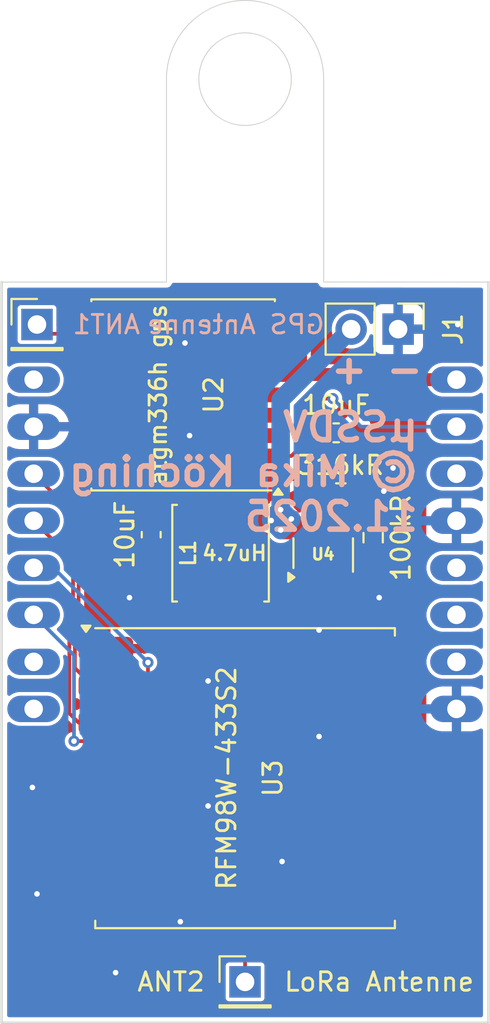
<source format=kicad_pcb>
(kicad_pcb (version 20241229) (generator "pcbnew") (generator_version "9.0")
  (title_block (title "µSSDV") (date "2025-11-18") (rev "0.1"))
  (layers (0 "F.Cu" signal) (2 "B.Cu" signal) (13 "F.Paste" user) (15 "B.Paste" user) (5 "F.SilkS" user "F.Silkscreen") (7 "B.SilkS" user "B.Silkscreen") (1 "F.Mask" user) (3 "B.Mask" user) (25 "Edge.Cuts" user))
  (net 0 "")
  (net 1 "+BATT")
  (net 2 "GND")
  (net 3 "+3V3")
  (net 4 "Net-(U4-SW)")
  (net 5 "Net-(U4-V_{FB})")
  (net 6 "Net-(U2-RF_IN)")
  (net 7 "Net-(U3-ANT)")
  (net 8 "GPS_RX")
  (net 10 "TX")
  (net 11 "MISO")
  (net 12 "RX")
  (net 13 "IO0")
  (net 15 "MOSI")
  (net 16 "CS")
  (net 18 "SCK")
  (footprint "Connector_PinHeader_2.54mm:PinHeader_1x01_P2.54mm_Vertical" (layer "F.Cu") (at 82 45)
    (property "Reference" "ANT1" (at 3.75 0 0) (layer "B.SilkS") (effects (justify mirror)))
    (property "Value" "GPS Antenne" (at 10.75 0 0) (layer "B.SilkS") (effects (justify mirror)))
    (fp_line (start -1.38 -1.38) (end 0 -1.38) (stroke (width 0.12)) (layer "F.SilkS"))
    (fp_line (start -1.38 0) (end -1.38 -1.38) (stroke (width 0.12)) (layer "F.SilkS"))
    (fp_line (start -1.38 1.27) (end -1.38 1.38) (stroke (width 0.12)) (layer "F.SilkS"))
    (fp_line (start -1.38 1.27) (end 1.38 1.27) (stroke (width 0.12)) (layer "F.SilkS"))
    (fp_line (start -1.38 1.38) (end 1.38 1.38) (stroke (width 0.12)) (layer "F.SilkS"))
    (fp_line (start 1.38 1.27) (end 1.38 1.38) (stroke (width 0.12)) (layer "F.SilkS"))
    (pad "1" thru_hole rect (at 0 0) (size 1.7 1.7) (drill 1) (layers "*.Cu" "*.Mask") (net 6 "Net-(U2-RF_IN)"))
  )
  (footprint "RF_GPS:Quectel_L70-R" (layer "F.Cu") (at 89.9 48.8 180)
    (property "Reference" "U2" (at -1.65 0 270) (layer "F.SilkS"))
    (property "Value" "atgm336h gps" (at 1.35 0 270) (layer "F.SilkS") (effects (font (size 0.9 0.9))))
    (fp_line (start 4.96 5.06) (end 4.96 5.16) (stroke (width 0.12)) (layer "F.SilkS"))
    (fp_line (start 4.96 -5.16) (end 4.96 -5.06) (stroke (width 0.12)) (layer "F.SilkS"))
    (fp_line (start -4.77 -5.16) (end 4.96 -5.16) (stroke (width 0.12)) (layer "F.SilkS"))
    (fp_line (start -4.96 5.16) (end 4.96 5.16) (stroke (width 0.12)) (layer "F.SilkS"))
    (fp_line (start -4.96 5.06) (end -4.96 5.16) (stroke (width 0.12)) (layer "F.SilkS"))
    (fp_poly (pts (xy -5.14 -5.06) (xy -5.38 -5.39) (xy -4.9 -5.39) (xy -5.14 -5.06)) (stroke (width 0.12)) (fill yes) (layer "F.SilkS"))
    (pad "1" smd roundrect (at -4.85 -4.4 180) (size 1.8 0.8) (layers "F.Cu" "F.Mask" "F.Paste") (net 2 "GND"))
    (pad "2" smd roundrect (at -4.85 -3.3 180) (size 1.8 0.8) (layers "F.Cu" "F.Mask" "F.Paste") (net 8 "GPS_RX"))
    (pad "3" smd roundrect (at -4.85 -2.2 180) (size 1.8 0.8) (layers "F.Cu" "F.Mask" "F.Paste"))
    (pad "4" smd roundrect (at -4.85 -1.1 180) (size 1.8 0.8) (layers "F.Cu" "F.Mask" "F.Paste"))
    (pad "5" smd roundrect (at -4.85 0 180) (size 1.8 0.8) (layers "F.Cu" "F.Mask" "F.Paste"))
    (pad "6" smd roundrect (at -4.85 1.1 180) (size 1.8 0.8) (layers "F.Cu" "F.Mask" "F.Paste") (net 3 "+3V3"))
    (pad "7" smd roundrect (at -4.85 2.2 180) (size 1.8 0.8) (layers "F.Cu" "F.Mask" "F.Paste"))
    (pad "8" smd roundrect (at -4.85 3.3 180) (size 1.8 0.8) (layers "F.Cu" "F.Mask" "F.Paste") (net 3 "+3V3"))
    (pad "9" smd roundrect (at -4.85 4.4 180) (size 1.8 0.8) (layers "F.Cu" "F.Mask" "F.Paste"))
    (pad "10" smd roundrect (at 4.85 4.4 180) (size 1.8 0.8) (layers "F.Cu" "F.Mask" "F.Paste") (net 2 "GND"))
    (pad "11" smd roundrect (at 4.85 3.3 180) (size 1.8 0.8) (layers "F.Cu" "F.Mask" "F.Paste") (net 6 "Net-(U2-RF_IN)"))
    (pad "12" smd roundrect (at 4.85 2.2 180) (size 1.8 0.8) (layers "F.Cu" "F.Mask" "F.Paste") (net 2 "GND"))
    (pad "13" smd roundrect (at 4.85 1.1 180) (size 1.8 0.8) (layers "F.Cu" "F.Mask" "F.Paste"))
    (pad "14" smd roundrect (at 4.85 0 180) (size 1.8 0.8) (layers "F.Cu" "F.Mask" "F.Paste"))
    (pad "15" smd roundrect (at 4.85 -1.1 180) (size 1.8 0.8) (layers "F.Cu" "F.Mask" "F.Paste"))
    (pad "16" smd roundrect (at 4.85 -2.2 180) (size 1.8 0.8) (layers "F.Cu" "F.Mask" "F.Paste"))
    (pad "17" smd roundrect (at 4.85 -3.3 180) (size 1.8 0.8) (layers "F.Cu" "F.Mask" "F.Paste"))
    (pad "18" smd roundrect (at 4.85 -4.4 180) (size 1.8 0.8) (layers "F.Cu" "F.Mask" "F.Paste"))
  )
  (footprint "Resistor_SMD:R_0603_1608Metric_Pad0.98x0.95mm_HandSolder" (layer "F.Cu") (at 100.175 56.5125 -90)
    (property "Reference" "R2" (hide yes))
    (property "Value" "100kR" (at 0 -1.5 90) (layer "F.SilkS"))
    (fp_line (start -0.254724 0.5225) (end 0.254724 0.5225) (stroke (width 0.12)) (layer "F.SilkS"))
    (fp_line (start -0.254724 -0.5225) (end 0.254724 -0.5225) (stroke (width 0.12)) (layer "F.SilkS"))
    (pad "1" smd roundrect (at -0.9125 0 270) (size 0.975 0.95) (layers "F.Cu" "F.Mask" "F.Paste") (net 5 "Net-(U4-V_{FB})"))
    (pad "2" smd roundrect (at 0.9125 0 270) (size 0.975 0.95) (layers "F.Cu" "F.Mask" "F.Paste") (net 2 "GND"))
  )
  (footprint "Capacitor_SMD:C_0603_1608Metric_Pad1.08x0.95mm_HandSolder" (layer "F.Cu") (at 98.175 50.85)
    (property "Reference" "C3" (hide yes))
    (property "Value" "10uF" (at 0 -1.5 0) (layer "F.SilkS"))
    (fp_line (start -0.146267 -0.51) (end 0.146267 -0.51) (stroke (width 0.12)) (layer "F.SilkS"))
    (fp_line (start -0.146267 0.51) (end 0.146267 0.51) (stroke (width 0.12)) (layer "F.SilkS"))
    (pad "1" smd roundrect (at -0.8625 0) (size 1.075 0.95) (layers "F.Cu" "F.Mask" "F.Paste") (net 3 "+3V3"))
    (pad "2" smd roundrect (at 0.8625 0) (size 1.075 0.95) (layers "F.Cu" "F.Mask" "F.Paste") (net 2 "GND"))
  )
  (footprint "Connector_PinHeader_2.54mm:PinHeader_1x02_P2.54mm_Vertical" (layer "F.Cu") (at 101.525 45.25 -90)
    (property "Reference" "J1" (at 0 -2.975 90) (layer "F.SilkS"))
    (property "Value" "Conn_01x02_Pin" (hide yes))
    (fp_line (start -1.38 3.92) (end 1.38 3.92) (stroke (width 0.12)) (layer "F.SilkS"))
    (fp_line (start -1.38 1.27) (end -1.38 3.92) (stroke (width 0.12)) (layer "F.SilkS"))
    (fp_line (start -1.38 1.27) (end 1.38 1.27) (stroke (width 0.12)) (layer "F.SilkS"))
    (fp_line (start 1.38 1.27) (end 1.38 3.92) (stroke (width 0.12)) (layer "F.SilkS"))
    (fp_line (start -1.38 0) (end -1.38 -1.38) (stroke (width 0.12)) (layer "F.SilkS"))
    (fp_line (start -1.38 -1.38) (end 0 -1.38) (stroke (width 0.12)) (layer "F.SilkS"))
    (pad "1" thru_hole rect (at 0 0 270) (size 1.7 1.7) (drill 1) (layers "*.Cu" "*.Mask") (net 2 "GND"))
    (pad "2" thru_hole circle (at 0 2.54 270) (size 1.7 1.7) (drill 1) (layers "*.Cu" "*.Mask") (net 1 "+BATT"))
  )
  (footprint "Resistor_SMD:R_0603_1608Metric_Pad0.98x0.95mm_HandSolder" (layer "F.Cu") (at 98.425 54.1)
    (property "Reference" "R1" (hide yes))
    (property "Value" "316kR" (at 0 -1.5 0) (layer "F.SilkS"))
    (fp_line (start -0.254724 -0.5225) (end 0.254724 -0.5225) (stroke (width 0.12)) (layer "F.SilkS"))
    (fp_line (start -0.254724 0.5225) (end 0.254724 0.5225) (stroke (width 0.12)) (layer "F.SilkS"))
    (pad "1" smd roundrect (at -0.9125 0) (size 0.975 0.95) (layers "F.Cu" "F.Mask" "F.Paste") (net 3 "+3V3"))
    (pad "2" smd roundrect (at 0.9125 0) (size 0.975 0.95) (layers "F.Cu" "F.Mask" "F.Paste") (net 5 "Net-(U4-V_{FB})"))
  )
  (footprint "ESP32-CAM:ESP32-CAM" (layer "F.Cu") (at 93.25 58.1385)
    (property "Reference" "U1" (hide yes))
    (property "Value" "ESP32-CAM" (hide yes))
    (fp_line (start -13.16 24.57) (end -13.16 -15.43) (stroke (width 0.127)) (layer "Edge.Cuts"))
    (fp_line (start 13.16 -15.43) (end 13.16 24.57) (stroke (width 0.127)) (layer "Edge.Cuts"))
    (fp_line (start 13.16 24.57) (end -13.16 24.57) (stroke (width 0.127)) (layer "Edge.Cuts"))
    (pad "P$1" thru_hole oval (at -11.43 -10.16) (size 2.8448 1.4224) (drill 1) (layers "*.Cu" "*.Mask"))
    (pad "P$2" thru_hole oval (at -11.43 -7.62) (size 2.8448 1.4224) (drill 1) (layers "*.Cu" "*.Mask") (net 2 "GND"))
    (pad "P$3" thru_hole oval (at -11.43 -5.08) (size 2.8448 1.4224) (drill 1) (layers "*.Cu" "*.Mask") (net 11 "MISO"))
    (pad "P$4" thru_hole oval (at -11.43 -2.54) (size 2.8448 1.4224) (drill 1) (layers "*.Cu" "*.Mask") (net 15 "MOSI"))
    (pad "P$5" thru_hole oval (at -11.43 0) (size 2.8448 1.4224) (drill 1) (layers "*.Cu" "*.Mask") (net 16 "CS"))
    (pad "P$6" thru_hole oval (at -11.43 2.54) (size 2.8448 1.4224) (drill 1) (layers "*.Cu" "*.Mask") (net 18 "SCK"))
    (pad "P$7" thru_hole oval (at -11.43 5.08) (size 2.8448 1.4224) (drill 1) (layers "*.Cu" "*.Mask"))
    (pad "P$8" thru_hole oval (at -11.43 7.62) (size 2.8448 1.4224) (drill 1) (layers "*.Cu" "*.Mask"))
    (pad "P$9" thru_hole oval (at 11.43 7.62) (size 2.8448 1.4224) (drill 1) (layers "*.Cu" "*.Mask") (net 2 "GND"))
    (pad "P$10" thru_hole oval (at 11.43 5.08) (size 2.8448 1.4224) (drill 1) (layers "*.Cu" "*.Mask") (net 10 "TX"))
    (pad "P$11" thru_hole oval (at 11.43 2.54) (size 2.8448 1.4224) (drill 1) (layers "*.Cu" "*.Mask") (net 12 "RX"))
    (pad "P$12" thru_hole oval (at 11.43 0) (size 2.8448 1.4224) (drill 1) (layers "*.Cu" "*.Mask"))
    (pad "P$13" thru_hole oval (at 11.43 -2.54) (size 2.8448 1.4224) (drill 1) (layers "*.Cu" "*.Mask") (net 2 "GND"))
    (pad "P$14" thru_hole oval (at 11.43 -5.08) (size 2.8448 1.4224) (drill 1) (layers "*.Cu" "*.Mask") (net 13 "IO0"))
    (pad "P$15" thru_hole oval (at 11.43 -7.62) (size 2.8448 1.4224) (drill 1) (layers "*.Cu" "*.Mask") (net 8 "GPS_RX"))
    (pad "P$16" thru_hole oval (at 11.43 -10.16) (size 2.8448 1.4224) (drill 1) (layers "*.Cu" "*.Mask") (net 3 "+3V3"))
  )
  (footprint "Package_TO_SOT_SMD:SOT-23-6_Handsoldering" (layer "F.Cu") (at 97.475 57.45 90)
    (property "Reference" "U4" (hide yes))
    (property "Value" "TLV61070ADBV" (hide yes))
    (fp_line (start 0.1 -1.61) (end 0.9 -1.61) (stroke (width 0.12)) (layer "F.SilkS"))
    (fp_line (start 0.1 -1.61) (end -0.7 -1.61) (stroke (width 0.12)) (layer "F.SilkS"))
    (fp_line (start -0.9 1.61) (end 0.9 1.61) (stroke (width 0.12)) (layer "F.SilkS"))
    (fp_poly (pts (xy -1.2 -1.56) (xy -1.44 -1.89) (xy -0.96 -1.89) (xy -1.2 -1.56)) (stroke (width 0.12)) (fill yes) (layer "F.SilkS"))
    (fp_text user "${REFERENCE}" (at 0.041218 -0.009588 0) (layer "F.SilkS") (effects (font (size 0.6 0.6) (thickness 0.15) (bold yes))))
    (pad "1" smd roundrect (at -1.35 -0.95 90) (size 1.56 0.65) (layers "F.Cu" "F.Mask" "F.Paste") (net 4 "Net-(U4-SW)"))
    (pad "2" smd roundrect (at -1.35 0 90) (size 1.56 0.65) (layers "F.Cu" "F.Mask" "F.Paste") (net 2 "GND"))
    (pad "3" smd roundrect (at -1.35 0.95 90) (size 1.56 0.65) (layers "F.Cu" "F.Mask" "F.Paste") (net 1 "+BATT"))
    (pad "4" smd roundrect (at 1.35 0.95 90) (size 1.56 0.65) (layers "F.Cu" "F.Mask" "F.Paste") (net 5 "Net-(U4-V_{FB})"))
    (pad "5" smd roundrect (at 1.35 0 90) (size 1.56 0.65) (layers "F.Cu" "F.Mask" "F.Paste") (net 3 "+3V3"))
    (pad "6" smd roundrect (at 1.35 -0.95 90) (size 1.56 0.65) (layers "F.Cu" "F.Mask" "F.Paste") (net 1 "+BATT"))
  )
  (footprint "Connector_PinHeader_2.54mm:PinHeader_1x01_P2.54mm_Vertical" (layer "F.Cu") (at 93.25 80.5)
    (property "Reference" "ANT2" (at -4 0 0) (layer "F.SilkS"))
    (property "Value" "LoRa Antenne" (at 7.25 0 0) (layer "F.SilkS"))
    (fp_line (start -1.38 -1.38) (end 0 -1.38) (stroke (width 0.12)) (layer "F.SilkS"))
    (fp_line (start -1.38 0) (end -1.38 -1.38) (stroke (width 0.12)) (layer "F.SilkS"))
    (fp_line (start -1.38 1.27) (end -1.38 1.38) (stroke (width 0.12)) (layer "F.SilkS"))
    (fp_line (start -1.38 1.27) (end 1.38 1.27) (stroke (width 0.12)) (layer "F.SilkS"))
    (fp_line (start -1.38 1.38) (end 1.38 1.38) (stroke (width 0.12)) (layer "F.SilkS"))
    (fp_line (start 1.38 1.27) (end 1.38 1.38) (stroke (width 0.12)) (layer "F.SilkS"))
    (pad "1" thru_hole rect (at 0 0) (size 1.7 1.7) (drill 1) (layers "*.Cu" "*.Mask") (net 7 "Net-(U3-ANT)"))
  )
  (footprint "Inductor_SMD:L_Changjiang_FNR5040S" (layer "F.Cu") (at 91.925 57.35 -90)
    (property "Reference" "L1" (at 0 1.75 90) (layer "F.SilkS") (effects (font (size 0.8 0.8))))
    (property "Value" "4.7uH" (at 0 -0.75 0) (layer "F.SilkS") (effects (font (size 0.8 0.8) (thickness 0.15) (bold yes))))
    (fp_line (start -2.61 2.61) (end -2.61 2.36) (stroke (width 0.12)) (layer "F.SilkS"))
    (fp_line (start 2.61 2.61) (end -2.61 2.61) (stroke (width 0.12)) (layer "F.SilkS"))
    (fp_line (start 2.61 2.36) (end 2.61 2.61) (stroke (width 0.12)) (layer "F.SilkS"))
    (fp_line (start -2.61 -2.36) (end -2.61 -2.61) (stroke (width 0.12)) (layer "F.SilkS"))
    (fp_line (start -2.61 -2.61) (end 2.61 -2.61) (stroke (width 0.12)) (layer "F.SilkS"))
    (fp_line (start 2.61 -2.61) (end 2.61 -2.36) (stroke (width 0.12)) (layer "F.SilkS"))
    (pad "1" smd roundrect (at -1.85 0 270) (size 1.4 4.2) (layers "F.Cu" "F.Mask" "F.Paste") (roundrect_rratio 0.178571) (net 1 "+BATT"))
    (pad "2" smd roundrect (at 1.85 0 270) (size 1.4 4.2) (layers "F.Cu" "F.Mask" "F.Paste") (roundrect_rratio 0.178571) (net 4 "Net-(U4-SW)"))
  )
  (footprint "RF_Module:HOPERF_RFM9XW_SMD" (layer "F.Cu") (at 93.25 69.5)
    (property "Reference" "U3" (hide yes))
    (property "Value" "RFM98W-433S2" (at -1 0 90) (layer "F.SilkS"))
    (fp_line (start -8.1 -8.1) (end 8.1 -8.1) (stroke (width 0.12)) (layer "F.SilkS"))
    (fp_line (start -8.1 7.7) (end -8.1 8.1) (stroke (width 0.12)) (layer "F.SilkS"))
    (fp_line (start -8.1 8.1) (end 8.1 8.1) (stroke (width 0.12)) (layer "F.SilkS"))
    (fp_line (start 8.1 -8.1) (end 8.1 -7.7) (stroke (width 0.12)) (layer "F.SilkS"))
    (fp_line (start 8.1 8.1) (end 8.1 7.7) (stroke (width 0.12)) (layer "F.SilkS"))
    (fp_poly (pts (xy -8.6 -7.9) (xy -8.84 -8.236) (xy -8.36 -8.236) (xy -8.6 -7.9)) (stroke (width 0.12)) (fill yes) (layer "F.SilkS"))
    (fp_text user "${REFERENCE}" (at 1.5 0 90) (layer "F.SilkS"))
    (pad "1" smd roundrect (at -7.525 -7) (size 2.95 1.27) (layers "F.Cu" "F.Mask" "F.Paste") (net 2 "GND"))
    (pad "2" smd roundrect (at -7.525 -5) (size 2.95 1.27) (layers "F.Cu" "F.Mask" "F.Paste") (net 11 "MISO"))
    (pad "3" smd roundrect (at -7.525 -3) (size 2.95 1.27) (layers "F.Cu" "F.Mask" "F.Paste") (net 15 "MOSI"))
    (pad "4" smd roundrect (at -7.525 -1) (size 2.95 1.27) (layers "F.Cu" "F.Mask" "F.Paste") (net 18 "SCK"))
    (pad "5" smd roundrect (at -7.525 1) (size 2.95 1.27) (layers "F.Cu" "F.Mask" "F.Paste") (net 16 "CS"))
    (pad "6" smd roundrect (at -7.525 3) (size 2.95 1.27) (layers "F.Cu" "F.Mask" "F.Paste"))
    (pad "7" smd roundrect (at -7.525 5) (size 2.95 1.27) (layers "F.Cu" "F.Mask" "F.Paste"))
    (pad "8" smd roundrect (at -7.525 7) (size 2.95 1.27) (layers "F.Cu" "F.Mask" "F.Paste") (net 2 "GND"))
    (pad "9" smd roundrect (at 7.525 7) (size 2.95 1.27) (layers "F.Cu" "F.Mask" "F.Paste") (net 7 "Net-(U3-ANT)"))
    (pad "10" smd roundrect (at 7.525 5) (size 2.95 1.27) (layers "F.Cu" "F.Mask" "F.Paste") (net 2 "GND"))
    (pad "11" smd roundrect (at 7.525 3) (size 2.95 1.27) (layers "F.Cu" "F.Mask" "F.Paste"))
    (pad "12" smd roundrect (at 7.525 1) (size 2.95 1.27) (layers "F.Cu" "F.Mask" "F.Paste"))
    (pad "13" smd roundrect (at 7.525 -1) (size 2.95 1.27) (layers "F.Cu" "F.Mask" "F.Paste") (net 3 "+3V3"))
    (pad "14" smd roundrect (at 7.525 -3) (size 2.95 1.27) (layers "F.Cu" "F.Mask" "F.Paste"))
    (pad "15" smd roundrect (at 7.525 -5) (size 2.95 1.27) (layers "F.Cu" "F.Mask" "F.Paste"))
    (pad "16" smd roundrect (at 7.525 -7) (size 2.95 1.27) (layers "F.Cu" "F.Mask" "F.Paste"))
  )
  (footprint "Capacitor_SMD:C_0603_1608Metric_Pad1.08x0.95mm_HandSolder" (layer "F.Cu") (at 88.175 56.35 -90)
    (property "Reference" "C2" (hide yes))
    (property "Value" "10uF" (at 0 1.43 90) (layer "F.SilkS"))
    (fp_line (start -0.146267 0.51) (end 0.146267 0.51) (stroke (width 0.12)) (layer "F.SilkS"))
    (fp_line (start -0.146267 -0.51) (end 0.146267 -0.51) (stroke (width 0.12)) (layer "F.SilkS"))
    (pad "1" smd roundrect (at -0.8625 0 270) (size 1.075 0.95) (layers "F.Cu" "F.Mask" "F.Paste") (net 1 "+BATT"))
    (pad "2" smd roundrect (at 0.8625 0 270) (size 1.075 0.95) (layers "F.Cu" "F.Mask" "F.Paste") (net 2 "GND"))
  )
  (gr_line (start 106.41 42.7085) (end 97.5 42.705967) (stroke (width 0.05)) (layer "Edge.Cuts"))
  (gr_line (start 89 31.75) (end 89 42.7085) (stroke (width 0.05)) (layer "Edge.Cuts"))
  (gr_line (start 97.5 42.705967) (end 97.5 31.75) (stroke (width 0.05)) (layer "Edge.Cuts"))
  (gr_arc (start 89 31.75) (mid 93.25 27.5) (end 97.5 31.75) (stroke (width 0.05)) (layer "Edge.Cuts"))
  (gr_circle (center 93.25 31.75) (end 94.75 33.75) (stroke (width 0.05)) (fill no) (layer "Edge.Cuts"))
  (gr_line (start 89 42.7085) (end 80.09 42.7085) (stroke (width 0.05)) (layer "Edge.Cuts"))
  (gr_text "+ -" (at 97.75 46.75 180) (layer "B.SilkS") (effects (font (size 1.5 1.5) (thickness 0.3) (bold yes)) (justify left bottom mirror)))
  (gr_text "µSSDV\n© Mika Köching\n11.2025" (at 102.75 56.25 0) (layer "B.SilkS") (effects (font (size 1.5 1.5) (thickness 0.3) (bold yes)) (justify left bottom mirror)))
  (segment (start 91.925 55.5) (end 94.575 55.5) (width 1) (layer "F.Cu") (net 1))
  (segment (start 94.575 55.5) (end 94.6625 55.5875) (width 1) (layer "F.Cu") (net 1))
  (segment (start 96.525 56.525) (end 96.525 56.1) (width 0.2) (layer "F.Cu") (net 1))
  (segment (start 95.175 56.1) (end 96.525 56.1) (width 1) (layer "F.Cu") (net 1))
  (segment (start 95.175 55) (end 95.175 55.175) (width 1) (layer "F.Cu") (net 1))
  (segment (start 98.425 58.8) (end 98.425 58.425) (width 0.2) (layer "F.Cu") (net 1))
  (segment (start 88.1875 55.5) (end 88.175 55.4875) (width 1) (layer "F.Cu") (net 1))
  (segment (start 95.175 55.175) (end 95.5 55.5) (width 1) (layer "F.Cu") (net 1))
  (segment (start 91.925 55.5) (end 88.1875 55.5) (width 1) (layer "F.Cu") (net 1))
  (segment (start 98.425 58.425) (end 96.525 56.525) (width 0.2) (layer "F.Cu") (net 1))
  (via (at 95.175 56.1) (size 0.6) (drill 0.3) (layers "F.Cu" "B.Cu") (net 1))
  (via (at 95.175 55) (size 0.6) (drill 0.3) (layers "F.Cu" "B.Cu") (net 1))
  (via (at 95.75 55.5) (size 0.6) (drill 0.3) (layers "F.Cu" "B.Cu") (net 1))
  (via (at 94.6625 55.5875) (size 0.6) (drill 0.3) (layers "F.Cu" "B.Cu") (net 1))
  (segment (start 95.175 56.1) (end 94.6625 55.5875) (width 1) (layer "B.Cu") (net 1))
  (segment (start 94.6625 55.5875) (end 94.6625 55.5125) (width 1) (layer "B.Cu") (net 1))
  (segment (start 95.75 55.5) (end 95.675 55.5) (width 1) (layer "B.Cu") (net 1))
  (segment (start 95.675 55.5) (end 95.175 55) (width 1) (layer "B.Cu") (net 1))
  (segment (start 95.175 49.06) (end 98.985 45.25) (width 1) (layer "B.Cu") (net 1))
  (segment (start 95.75 55.5) (end 95.75 55.525) (width 1) (layer "B.Cu") (net 1))
  (segment (start 95.75 55.525) (end 95.175 56.1) (width 1) (layer "B.Cu") (net 1))
  (segment (start 95.175 56.1) (end 95.175 55) (width 1) (layer "B.Cu") (net 1))
  (segment (start 94.6625 55.5125) (end 95.175 55) (width 1) (layer "B.Cu") (net 1))
  (segment (start 95.175 55) (end 95.175 49.06) (width 1) (layer "B.Cu") (net 1))
  (via (at 91.25 64.25) (size 0.6) (drill 0.3) (layers "F.Cu" "B.Cu") (net 2))
  (via (at 101.25 52.75) (size 0.6) (drill 0.3) (layers "F.Cu" "B.Cu") (net 2))
  (via (at 87 59.75) (size 0.6) (drill 0.3) (layers "F.Cu" "B.Cu") (net 2))
  (via (at 90.25 51) (size 0.6) (drill 0.3) (layers "F.Cu" "B.Cu") (net 2))
  (via (at 100.5 59.75) (size 0.6) (drill 0.3) (layers "F.Cu" "B.Cu") (net 2))
  (via (at 95.25 74) (size 0.6) (drill 0.3) (layers "F.Cu" "B.Cu") (net 2))
  (via (at 104.75 45) (size 0.6) (drill 0.3) (layers "F.Cu" "B.Cu") (net 2))
  (via (at 91.25 71) (size 0.6) (drill 0.3) (layers "F.Cu" "B.Cu") (net 2))
  (via (at 82 75.75) (size 0.6) (drill 0.3) (layers "F.Cu" "B.Cu") (net 2))
  (via (at 100.75 54) (size 0.6) (drill 0.3) (layers "F.Cu" "B.Cu") (net 2))
  (via (at 97.25 61.5) (size 0.6) (drill 0.3) (layers "F.Cu" "B.Cu") (net 2))
  (via (at 97.25 67.25) (size 0.6) (drill 0.3) (layers "F.Cu" "B.Cu") (net 2))
  (via (at 89.75 77.25) (size 0.6) (drill 0.3) (layers "F.Cu" "B.Cu") (net 2))
  (via (at 81.75 70) (size 0.6) (drill 0.3) (layers "F.Cu" "B.Cu") (net 2))
  (via (at 86.25 80) (size 0.6) (drill 0.3) (layers "F.Cu" "B.Cu") (net 2))
  (via (at 90 46) (size 0.6) (drill 0.3) (layers "F.Cu" "B.Cu") (net 2))
  (segment (start 97.5125 54.1) (end 97.5125 51.05) (width 0.7) (layer "F.Cu") (net 3))
  (segment (start 102.25 68.5) (end 100.775 68.5) (width 0.7) (layer "F.Cu") (net 3))
  (segment (start 102.701 68.049) (end 102.25 68.5) (width 0.7) (layer "F.Cu") (net 3))
  (segment (start 97.475 53.8875) (end 97.5125 53.85) (width 0.2) (layer "F.Cu") (net 3))
  (segment (start 96.25 47.7) (end 96.25 46.1) (width 0.7) (layer "F.Cu") (net 3))
  (segment (start 96.25 47.7) (end 94.75 47.7) (width 0.7) (layer "F.Cu") (net 3))
  (segment (start 96.25 46.1) (end 95.65 45.5) (width 0.7) (layer "F.Cu") (net 3))
  (segment (start 97.4 50.85) (end 100.184 48.066) (width 0.7) (layer "F.Cu") (net 3))
  (segment (start 102.701 48.6795) (end 102.701 68.049) (width 0.7) (layer "F.Cu") (net 3))
  (segment (start 97.5125 56.0625) (end 97.475 56.1) (width 0.2) (layer "F.Cu") (net 3))
  (segment (start 95.65 45.5) (end 94.75 45.5) (width 0.7) (layer "F.Cu") (net 3))
  (segment (start 102 47.9785) (end 102.701 48.6795) (width 0.7) (layer "F.Cu") (net 3))
  (segment (start 97.5125 51.05) (end 97.3125 50.85) (width 0.7) (layer "F.Cu") (net 3))
  (segment (start 100.184 47.9785) (end 99.9055 47.7) (width 0.7) (layer "F.Cu") (net 3))
  (segment (start 99.9055 47.7) (end 96.25 47.7) (width 0.7) (layer "F.Cu") (net 3))
  (segment (start 100.184 47.9785) (end 102 47.9785) (width 0.7) (layer "F.Cu") (net 3))
  (segment (start 102 47.9785) (end 104.68 47.9785) (width 0.7) (layer "F.Cu") (net 3))
  (segment (start 97.5125 54.1) (end 97.5125 56.0625) (width 0.7) (layer "F.Cu") (net 3))
  (segment (start 100.184 48.066) (end 100.184 47.9785) (width 0.7) (layer "F.Cu") (net 3))
  (segment (start 97.3125 50.85) (end 97.4 50.85) (width 0.7) (layer "F.Cu") (net 3))
  (segment (start 95.225 58.8) (end 96.525 58.8) (width 1) (layer "F.Cu") (net 4))
  (segment (start 94.825 59.2) (end 95.225 58.8) (width 1) (layer "F.Cu") (net 4))
  (segment (start 91.925 59.2) (end 94.825 59.2) (width 1) (layer "F.Cu") (net 4))
  (segment (start 98.425 56.1) (end 98.425 55.0125) (width 0.2) (layer "F.Cu") (net 5))
  (segment (start 100.175 55.6) (end 100.175 54.9375) (width 0.2) (layer "F.Cu") (net 5))
  (segment (start 99.675 54.1875) (end 99.3375 53.85) (width 0.2) (layer "F.Cu") (net 5))
  (segment (start 98.425 55.0125) (end 99.3375 54.1) (width 0.2) (layer "F.Cu") (net 5))
  (segment (start 100.175 54.9375) (end 99.3375 54.1) (width 0.2) (layer "F.Cu") (net 5))
  (segment (start 82.5 45.5) (end 82 45) (width 0.2) (layer "F.Cu") (net 6))
  (segment (start 85.05 45.5) (end 82.5 45.5) (width 0.2) (layer "F.Cu") (net 6))
  (segment (start 93.25 77.75) (end 93.25 80.5) (width 0.2) (layer "F.Cu") (net 7))
  (segment (start 94.5 76.5) (end 93.25 77.75) (width 0.2) (layer "F.Cu") (net 7))
  (segment (start 100.775 76.5) (end 94.5 76.5) (width 0.2) (layer "F.Cu") (net 7))
  (segment (start 97.5 49) (end 98 49) (width 0.2) (layer "F.Cu") (net 8))
  (segment (start 94.75 52.1) (end 95.749714 52.1) (width 0.2) (layer "F.Cu") (net 8))
  (segment (start 96 50.5) (end 97.5 49) (width 0.2) (layer "F.Cu") (net 8))
  (segment (start 96 51.849714) (end 96 50.5) (width 0.2) (layer "F.Cu") (net 8))
  (segment (start 95.749714 52.1) (end 96 51.849714) (width 0.2) (layer "F.Cu") (net 8))
  (via (at 98 49) (size 0.6) (drill 0.3) (layers "F.Cu" "B.Cu") (net 8))
  (segment (start 98 49) (end 99.5185 50.5185) (width 0.2) (layer "B.Cu") (net 8))
  (segment (start 99.5185 50.5185) (end 104.68 50.5185) (width 0.2) (layer "B.Cu") (net 8))
  (segment (start 84.25 55.4885) (end 84.25 61.75) (width 0.2) (layer "F.Cu") (net 11))
  (segment (start 84.25 61.75) (end 84.049 61.951) (width 0.2) (layer "F.Cu") (net 11))
  (segment (start 84.049 63.549) (end 85 64.5) (width 0.2) (layer "F.Cu") (net 11))
  (segment (start 85 64.5) (end 85.725 64.5) (width 0.2) (layer "F.Cu") (net 11))
  (segment (start 84.049 61.951) (end 84.049 63.549) (width 0.2) (layer "F.Cu") (net 11))
  (segment (start 81.82 53.0585) (end 84.25 55.4885) (width 0.2) (layer "F.Cu") (net 11))
  (segment (start 83.75 66) (end 84.25 66.5) (width 0.2) (layer "F.Cu") (net 15))
  (segment (start 83.748 63.673678) (end 83.75 63.675678) (width 0.2) (layer "F.Cu") (net 15))
  (segment (start 83.75 63.675678) (end 83.75 66) (width 0.2) (layer "F.Cu") (net 15))
  (segment (start 84.25 66.5) (end 85.725 66.5) (width 0.2) (layer "F.Cu") (net 15))
  (segment (start 83.748 61.826322) (end 83.748 63.673678) (width 0.2) (layer "F.Cu") (net 15))
  (segment (start 83.949 61.625322) (end 83.748 61.826322) (width 0.2) (layer "F.Cu") (net 15))
  (segment (start 83.949 57.7275) (end 83.949 61.625322) (width 0.2) (layer "F.Cu") (net 15))
  (segment (start 81.82 55.5985) (end 83.949 57.7275) (width 0.2) (layer "F.Cu") (net 15))
  (segment (start 87.2 70.5) (end 88 69.7) (width 0.2) (layer "F.Cu") (net 16))
  (segment (start 85.725 70.5) (end 87.2 70.5) (width 0.2) (layer "F.Cu") (net 16))
  (segment (start 88 69.7) (end 88 63.25) (width 0.2) (layer "F.Cu") (net 16))
  (via (at 88 63.25) (size 0.6) (drill 0.3) (layers "F.Cu" "B.Cu") (net 16))
  (segment (start 82.8885 58.1385) (end 81.82 58.1385) (width 0.2) (layer "B.Cu") (net 16))
  (segment (start 88 63.25) (end 82.8885 58.1385) (width 0.2) (layer "B.Cu") (net 16))
  (segment (start 84.725 67.5) (end 85.725 68.5) (width 0.2) (layer "F.Cu") (net 18))
  (segment (start 84 67.5) (end 84.725 67.5) (width 0.2) (layer "F.Cu") (net 18))
  (via (at 84 67.5) (size 0.6) (drill 0.3) (layers "F.Cu" "B.Cu") (net 18))
  (segment (start 84 62.8585) (end 81.82 60.6785) (width 0.2) (layer "B.Cu") (net 18))
  (segment (start 84 67.5) (end 84 62.8585) (width 0.2) (layer "B.Cu") (net 18))
  (zone (net 2) (net_name "GND") (layers "F.Cu" "B.Cu") (connect_pads (clearance 0.2)) (min_thickness 0.2) (fill yes (thermal_gap 0.5) (thermal_bridge_width 0.5))
    (polygon (pts (xy 106.5 42.75) (xy 80 42.75) (xy 80 82.75) (xy 106.5 82.75)))
  )
)
</source>
